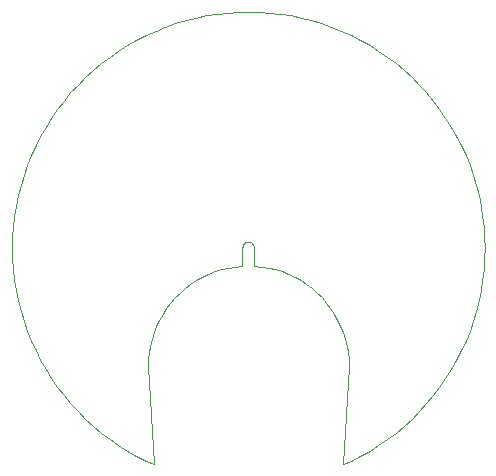
<source format=gm1>
%TF.GenerationSoftware,KiCad,Pcbnew,8.0.7*%
%TF.CreationDate,2024-12-05T10:44:39-06:00*%
%TF.ProjectId,internal,696e7465-726e-4616-9c2e-6b696361645f,rev?*%
%TF.SameCoordinates,Original*%
%TF.FileFunction,Profile,NP*%
%FSLAX46Y46*%
G04 Gerber Fmt 4.6, Leading zero omitted, Abs format (unit mm)*
G04 Created by KiCad (PCBNEW 8.0.7) date 2024-12-05 10:44:39*
%MOMM*%
%LPD*%
G01*
G04 APERTURE LIST*
%TA.AperFunction,Profile*%
%ADD10C,0.050000*%
%TD*%
G04 APERTURE END LIST*
D10*
X100897297Y-30020139D02*
X101792786Y-30080514D01*
X102684665Y-30181005D01*
X103571138Y-30321408D01*
X104450419Y-30501442D01*
X105320737Y-30720743D01*
X106180340Y-30978870D01*
X107027496Y-31275303D01*
X107860501Y-31609445D01*
X108677675Y-31980623D01*
X109477373Y-32388089D01*
X110257986Y-32831024D01*
X111017940Y-33308535D01*
X111755705Y-33819660D01*
X112469796Y-34363370D01*
X113158775Y-34938571D01*
X113821253Y-35544103D01*
X114455897Y-36178747D01*
X115061429Y-36841225D01*
X115636630Y-37530204D01*
X116180340Y-38244295D01*
X116691465Y-38982060D01*
X117168976Y-39742014D01*
X117611911Y-40522627D01*
X118019377Y-41322325D01*
X118390555Y-42139499D01*
X118724697Y-42972504D01*
X119021130Y-43819660D01*
X119279257Y-44679263D01*
X119498558Y-45549581D01*
X119678592Y-46428862D01*
X119818995Y-47315335D01*
X119919486Y-48207214D01*
X119979861Y-49102703D01*
X120000000Y-50000000D01*
X119979861Y-50897297D01*
X119919486Y-51792786D01*
X119818995Y-52684665D01*
X119678592Y-53571138D01*
X119498558Y-54450419D01*
X119279257Y-55320737D01*
X119021130Y-56180340D01*
X118724697Y-57027496D01*
X118390555Y-57860501D01*
X118019377Y-58677675D01*
X117611911Y-59477373D01*
X117168976Y-60257986D01*
X116691465Y-61017940D01*
X116180340Y-61755705D01*
X115636630Y-62469796D01*
X115061429Y-63158775D01*
X114455897Y-63821253D01*
X113821253Y-64455897D01*
X113158775Y-65061429D01*
X112469796Y-65636630D01*
X111755705Y-66180340D01*
X111017940Y-66691465D01*
X110257986Y-67168976D01*
X109477373Y-67611911D01*
X108677675Y-68019377D01*
X108000000Y-68330000D01*
X108500000Y-60000000D01*
X108480185Y-59419939D01*
X108420831Y-58842583D01*
X108322215Y-58270624D01*
X108184797Y-57706727D01*
X108009218Y-57153523D01*
X107796296Y-56613591D01*
X107547024Y-56089447D01*
X107262565Y-55583536D01*
X106944244Y-55098217D01*
X106593546Y-54635752D01*
X106212106Y-54198298D01*
X105801702Y-53787894D01*
X105364248Y-53406454D01*
X104901783Y-53055756D01*
X104416464Y-52737435D01*
X103910553Y-52452976D01*
X103386409Y-52203704D01*
X102846477Y-51990782D01*
X102293273Y-51815203D01*
X101729376Y-51677785D01*
X101157417Y-51579169D01*
X100500000Y-51500000D01*
X100500000Y-50000000D01*
X100479746Y-49859134D01*
X100420627Y-49729680D01*
X100327430Y-49622125D01*
X100207708Y-49545184D01*
X100071157Y-49505089D01*
X99928843Y-49505089D01*
X99792292Y-49545184D01*
X99672570Y-49622125D01*
X99579373Y-49729680D01*
X99520254Y-49859134D01*
X99500000Y-50000000D01*
X99500000Y-51500000D01*
X98842583Y-51579169D01*
X98270624Y-51677785D01*
X97706727Y-51815203D01*
X97153523Y-51990782D01*
X96613591Y-52203704D01*
X96089447Y-52452976D01*
X95583536Y-52737435D01*
X95098217Y-53055756D01*
X94635752Y-53406454D01*
X94198298Y-53787894D01*
X93787894Y-54198298D01*
X93406454Y-54635752D01*
X93055756Y-55098217D01*
X92737435Y-55583536D01*
X92452976Y-56089447D01*
X92203704Y-56613591D01*
X91990782Y-57153523D01*
X91815203Y-57706727D01*
X91677785Y-58270624D01*
X91579169Y-58842583D01*
X91519815Y-59419939D01*
X91500000Y-60000000D01*
X92000000Y-68330000D01*
X91322325Y-68019377D01*
X90522627Y-67611911D01*
X89742014Y-67168976D01*
X88982060Y-66691465D01*
X88244295Y-66180340D01*
X87530204Y-65636630D01*
X86841225Y-65061429D01*
X86178747Y-64455897D01*
X85544103Y-63821253D01*
X84938571Y-63158775D01*
X84363370Y-62469796D01*
X83819660Y-61755705D01*
X83308535Y-61017940D01*
X82831024Y-60257986D01*
X82388089Y-59477373D01*
X81980623Y-58677675D01*
X81609445Y-57860501D01*
X81275303Y-57027496D01*
X80978870Y-56180340D01*
X80720743Y-55320737D01*
X80501442Y-54450419D01*
X80321408Y-53571138D01*
X80181005Y-52684665D01*
X80080514Y-51792786D01*
X80020139Y-50897297D01*
X80000000Y-50000000D01*
X80020139Y-49102703D01*
X80080514Y-48207214D01*
X80181005Y-47315335D01*
X80321408Y-46428862D01*
X80501442Y-45549581D01*
X80720743Y-44679263D01*
X80978870Y-43819660D01*
X81275303Y-42972504D01*
X81609445Y-42139499D01*
X81980623Y-41322325D01*
X82388089Y-40522627D01*
X82831024Y-39742014D01*
X83308535Y-38982060D01*
X83819660Y-38244295D01*
X84363370Y-37530204D01*
X84938571Y-36841225D01*
X85544103Y-36178747D01*
X86178747Y-35544103D01*
X86841225Y-34938571D01*
X87530204Y-34363370D01*
X88244295Y-33819660D01*
X88982060Y-33308535D01*
X89742014Y-32831024D01*
X90522627Y-32388089D01*
X91322325Y-31980623D01*
X92139499Y-31609445D01*
X92972504Y-31275303D01*
X93819660Y-30978870D01*
X94679263Y-30720743D01*
X95549581Y-30501442D01*
X96428862Y-30321408D01*
X97315335Y-30181005D01*
X98207214Y-30080514D01*
X99102703Y-30020139D01*
X100000000Y-30000000D01*
X100897297Y-30020139D01*
M02*

</source>
